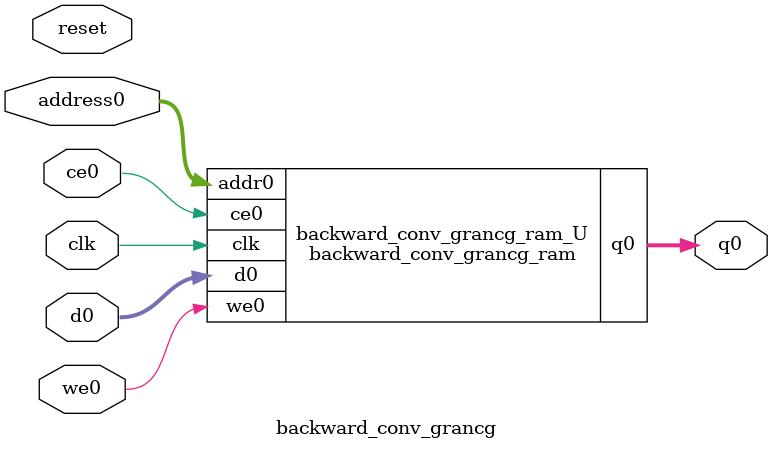
<source format=v>
`timescale 1 ns / 1 ps
module backward_conv_grancg_ram (addr0, ce0, d0, we0, q0,  clk);

parameter DWIDTH = 32;
parameter AWIDTH = 8;
parameter MEM_SIZE = 144;

input[AWIDTH-1:0] addr0;
input ce0;
input[DWIDTH-1:0] d0;
input we0;
output reg[DWIDTH-1:0] q0;
input clk;

(* ram_style = "block" *)reg [DWIDTH-1:0] ram[0:MEM_SIZE-1];




always @(posedge clk)  
begin 
    if (ce0) 
    begin
        if (we0) 
        begin 
            ram[addr0] <= d0; 
        end 
        q0 <= ram[addr0];
    end
end


endmodule

`timescale 1 ns / 1 ps
module backward_conv_grancg(
    reset,
    clk,
    address0,
    ce0,
    we0,
    d0,
    q0);

parameter DataWidth = 32'd32;
parameter AddressRange = 32'd144;
parameter AddressWidth = 32'd8;
input reset;
input clk;
input[AddressWidth - 1:0] address0;
input ce0;
input we0;
input[DataWidth - 1:0] d0;
output[DataWidth - 1:0] q0;



backward_conv_grancg_ram backward_conv_grancg_ram_U(
    .clk( clk ),
    .addr0( address0 ),
    .ce0( ce0 ),
    .we0( we0 ),
    .d0( d0 ),
    .q0( q0 ));

endmodule


</source>
